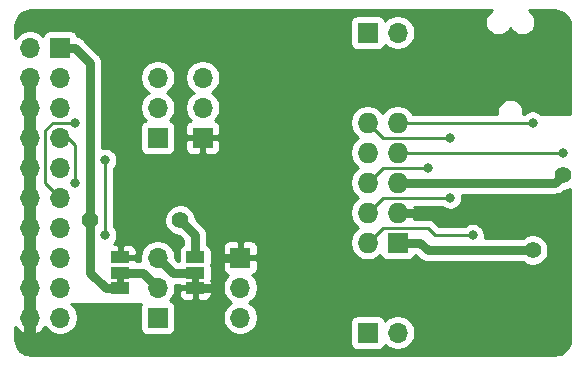
<source format=gbl>
G04 #@! TF.GenerationSoftware,KiCad,Pcbnew,5.1.5-52549c5~84~ubuntu19.04.1*
G04 #@! TF.CreationDate,2019-12-10T10:59:35+01:00*
G04 #@! TF.ProjectId,jlink-tagConnect-adapter-v2,6a6c696e-6b2d-4746-9167-436f6e6e6563,rev?*
G04 #@! TF.SameCoordinates,Original*
G04 #@! TF.FileFunction,Copper,L2,Bot*
G04 #@! TF.FilePolarity,Positive*
%FSLAX46Y46*%
G04 Gerber Fmt 4.6, Leading zero omitted, Abs format (unit mm)*
G04 Created by KiCad (PCBNEW 5.1.5-52549c5~84~ubuntu19.04.1) date 2019-12-10 10:59:35*
%MOMM*%
%LPD*%
G04 APERTURE LIST*
%ADD10C,0.100000*%
%ADD11O,1.727200X1.727200*%
%ADD12R,1.727200X1.727200*%
%ADD13O,1.700000X1.700000*%
%ADD14R,1.700000X1.700000*%
%ADD15R,1.500000X1.000000*%
%ADD16C,1.400000*%
%ADD17C,0.800000*%
%ADD18C,1.016000*%
%ADD19C,0.762000*%
%ADD20C,0.254000*%
G04 APERTURE END LIST*
D10*
G36*
X105710000Y-115200000D02*
G01*
X105710000Y-114700000D01*
X105110000Y-114700000D01*
X105110000Y-115200000D01*
X105710000Y-115200000D01*
G37*
G36*
X99360000Y-115200000D02*
G01*
X99360000Y-114700000D01*
X98760000Y-114700000D01*
X98760000Y-115200000D01*
X99360000Y-115200000D01*
G37*
D11*
X120015000Y-101600000D03*
X122555000Y-101600000D03*
X120015000Y-104140000D03*
X122555000Y-104140000D03*
X120015000Y-106680000D03*
X122555000Y-106680000D03*
X120015000Y-109220000D03*
X122555000Y-109220000D03*
X120015000Y-111760000D03*
D12*
X122555000Y-111760000D03*
D13*
X91440000Y-118110000D03*
X93980000Y-118110000D03*
X91440000Y-115570000D03*
X93980000Y-115570000D03*
X91440000Y-113030000D03*
X93980000Y-113030000D03*
X91440000Y-110490000D03*
X93980000Y-110490000D03*
X91440000Y-107950000D03*
X93980000Y-107950000D03*
X91440000Y-105410000D03*
X93980000Y-105410000D03*
X91440000Y-102870000D03*
X93980000Y-102870000D03*
X91440000Y-100330000D03*
X93980000Y-100330000D03*
X91440000Y-97790000D03*
X93980000Y-97790000D03*
X91440000Y-95250000D03*
D14*
X93980000Y-95250000D03*
D13*
X102235000Y-113030000D03*
X102235000Y-115570000D03*
D14*
X102235000Y-118110000D03*
D15*
X105410000Y-114300000D03*
X105410000Y-113000000D03*
X105410000Y-115600000D03*
X99060000Y-114300000D03*
X99060000Y-113000000D03*
X99060000Y-115600000D03*
D13*
X122555000Y-119380000D03*
D14*
X120015000Y-119380000D03*
D13*
X122555000Y-93980000D03*
D14*
X120015000Y-93980000D03*
D13*
X109220000Y-118110000D03*
X109220000Y-115570000D03*
D14*
X109220000Y-113030000D03*
D13*
X106045000Y-97790000D03*
X106045000Y-100330000D03*
D14*
X106045000Y-102870000D03*
D13*
X102235000Y-97790000D03*
X102235000Y-100330000D03*
D14*
X102235000Y-102870000D03*
D16*
X127000000Y-109855000D03*
X136525000Y-108585000D03*
X127000000Y-115570000D03*
D17*
X97790000Y-104775000D03*
X97790000Y-111125000D03*
X127000000Y-102870000D03*
X125095000Y-105410000D03*
X95250000Y-101600000D03*
X127000000Y-107950000D03*
X128905000Y-111125000D03*
X95250000Y-106680000D03*
D16*
X104140000Y-109855000D03*
X96520000Y-109855000D03*
D17*
X133985000Y-101600000D03*
X136525000Y-104140000D03*
D16*
X136525000Y-106045000D03*
X133985000Y-112395000D03*
D18*
X91440000Y-97790000D02*
X91440000Y-120015000D01*
D19*
X126365000Y-109220000D02*
X127000000Y-109855000D01*
X122555000Y-109220000D02*
X126365000Y-109220000D01*
X105410000Y-115600000D02*
X107285000Y-115600000D01*
X107285000Y-115600000D02*
X107315000Y-115570000D01*
X107315000Y-115570000D02*
X107315000Y-113030000D01*
X107315000Y-113030000D02*
X109220000Y-113030000D01*
D20*
X97790000Y-111125000D02*
X97790000Y-104775000D01*
X121285000Y-102870000D02*
X120015000Y-101600000D01*
X127000000Y-102870000D02*
X121285000Y-102870000D01*
X120015000Y-106680000D02*
X121285000Y-105410000D01*
X121285000Y-105410000D02*
X125095000Y-105410000D01*
X92710000Y-106680000D02*
X92710000Y-102235000D01*
X93980000Y-107950000D02*
X92710000Y-106680000D01*
X92710000Y-102235000D02*
X93345000Y-101600000D01*
X93345000Y-101600000D02*
X95250000Y-101600000D01*
X120015000Y-109220000D02*
X121285000Y-107950000D01*
X121285000Y-107950000D02*
X127000000Y-107950000D01*
X93980000Y-102870000D02*
X94615000Y-102870000D01*
X94615000Y-102870000D02*
X95250000Y-103505000D01*
X95250000Y-103505000D02*
X95250000Y-106680000D01*
X95250000Y-106680000D02*
X95250000Y-106680000D01*
X125730000Y-111125000D02*
X128905000Y-111125000D01*
X125095000Y-110490000D02*
X125730000Y-111125000D01*
X120015000Y-111760000D02*
X121285000Y-110490000D01*
X121285000Y-110490000D02*
X125095000Y-110490000D01*
D19*
X99060000Y-115600000D02*
X97820000Y-115600000D01*
X97820000Y-115600000D02*
X96520000Y-114300000D01*
X105410000Y-113000000D02*
X105410000Y-111125000D01*
X105410000Y-111125000D02*
X104140000Y-109855000D01*
X96520000Y-114300000D02*
X96520000Y-109855000D01*
X96520000Y-108585000D02*
X96520000Y-96520000D01*
X95250000Y-95250000D02*
X96520000Y-96520000D01*
X93980000Y-95250000D02*
X95250000Y-95250000D01*
X96520000Y-109855000D02*
X96520000Y-108585000D01*
D20*
X122555000Y-101600000D02*
X130175000Y-101600000D01*
X133985000Y-101600000D02*
X130175000Y-101600000D01*
X122555000Y-104140000D02*
X136525000Y-104140000D01*
D19*
X135890000Y-106680000D02*
X136525000Y-106045000D01*
X122555000Y-106680000D02*
X135890000Y-106680000D01*
X124460000Y-111760000D02*
X125095000Y-112395000D01*
X125095000Y-112395000D02*
X133985000Y-112395000D01*
X122555000Y-111760000D02*
X124460000Y-111760000D01*
X103505000Y-114300000D02*
X102235000Y-113030000D01*
X105410000Y-114300000D02*
X103505000Y-114300000D01*
X100965000Y-114300000D02*
X102235000Y-115570000D01*
X99060000Y-114300000D02*
X100965000Y-114300000D01*
D20*
G36*
X130343476Y-92213039D02*
G01*
X130186039Y-92370476D01*
X130062341Y-92555602D01*
X129977137Y-92761304D01*
X129933700Y-92979675D01*
X129933700Y-93202325D01*
X129977137Y-93420696D01*
X130062341Y-93626398D01*
X130186039Y-93811524D01*
X130343476Y-93968961D01*
X130528602Y-94092659D01*
X130734304Y-94177863D01*
X130952675Y-94221300D01*
X131175325Y-94221300D01*
X131393696Y-94177863D01*
X131599398Y-94092659D01*
X131784524Y-93968961D01*
X131941961Y-93811524D01*
X132065659Y-93626398D01*
X132080000Y-93591776D01*
X132094341Y-93626398D01*
X132218039Y-93811524D01*
X132375476Y-93968961D01*
X132560602Y-94092659D01*
X132766304Y-94177863D01*
X132984675Y-94221300D01*
X133207325Y-94221300D01*
X133425696Y-94177863D01*
X133631398Y-94092659D01*
X133816524Y-93968961D01*
X133973961Y-93811524D01*
X134097659Y-93626398D01*
X134182863Y-93420696D01*
X134226300Y-93202325D01*
X134226300Y-92979675D01*
X134182863Y-92761304D01*
X134097659Y-92555602D01*
X133973961Y-92370476D01*
X133816524Y-92213039D01*
X133647350Y-92100000D01*
X135857723Y-92100000D01*
X136131204Y-92126815D01*
X136363226Y-92196867D01*
X136577222Y-92310650D01*
X136765041Y-92463832D01*
X136919530Y-92650577D01*
X137034801Y-92863769D01*
X137106472Y-93095300D01*
X137135001Y-93366734D01*
X137135001Y-100838000D01*
X134686711Y-100838000D01*
X134644774Y-100796063D01*
X134475256Y-100682795D01*
X134286898Y-100604774D01*
X134086939Y-100565000D01*
X133883061Y-100565000D01*
X133683102Y-100604774D01*
X133494744Y-100682795D01*
X133325226Y-100796063D01*
X133283289Y-100838000D01*
X133207182Y-100838000D01*
X133210300Y-100822325D01*
X133210300Y-100599675D01*
X133166863Y-100381304D01*
X133081659Y-100175602D01*
X132957961Y-99990476D01*
X132800524Y-99833039D01*
X132615398Y-99709341D01*
X132409696Y-99624137D01*
X132191325Y-99580700D01*
X131968675Y-99580700D01*
X131750304Y-99624137D01*
X131544602Y-99709341D01*
X131359476Y-99833039D01*
X131202039Y-99990476D01*
X131078341Y-100175602D01*
X130993137Y-100381304D01*
X130949700Y-100599675D01*
X130949700Y-100822325D01*
X130952818Y-100838000D01*
X123848199Y-100838000D01*
X123719039Y-100644698D01*
X123510302Y-100435961D01*
X123264853Y-100271958D01*
X122992125Y-100158990D01*
X122702599Y-100101400D01*
X122407401Y-100101400D01*
X122117875Y-100158990D01*
X121845147Y-100271958D01*
X121599698Y-100435961D01*
X121390961Y-100644698D01*
X121285000Y-100803281D01*
X121179039Y-100644698D01*
X120970302Y-100435961D01*
X120724853Y-100271958D01*
X120452125Y-100158990D01*
X120162599Y-100101400D01*
X119867401Y-100101400D01*
X119577875Y-100158990D01*
X119305147Y-100271958D01*
X119059698Y-100435961D01*
X118850961Y-100644698D01*
X118686958Y-100890147D01*
X118573990Y-101162875D01*
X118516400Y-101452401D01*
X118516400Y-101747599D01*
X118573990Y-102037125D01*
X118686958Y-102309853D01*
X118850961Y-102555302D01*
X119059698Y-102764039D01*
X119218281Y-102870000D01*
X119059698Y-102975961D01*
X118850961Y-103184698D01*
X118686958Y-103430147D01*
X118573990Y-103702875D01*
X118516400Y-103992401D01*
X118516400Y-104287599D01*
X118573990Y-104577125D01*
X118686958Y-104849853D01*
X118850961Y-105095302D01*
X119059698Y-105304039D01*
X119218281Y-105410000D01*
X119059698Y-105515961D01*
X118850961Y-105724698D01*
X118686958Y-105970147D01*
X118573990Y-106242875D01*
X118516400Y-106532401D01*
X118516400Y-106827599D01*
X118573990Y-107117125D01*
X118686958Y-107389853D01*
X118850961Y-107635302D01*
X119059698Y-107844039D01*
X119218281Y-107950000D01*
X119059698Y-108055961D01*
X118850961Y-108264698D01*
X118686958Y-108510147D01*
X118573990Y-108782875D01*
X118516400Y-109072401D01*
X118516400Y-109367599D01*
X118573990Y-109657125D01*
X118686958Y-109929853D01*
X118850961Y-110175302D01*
X119059698Y-110384039D01*
X119218281Y-110490000D01*
X119059698Y-110595961D01*
X118850961Y-110804698D01*
X118686958Y-111050147D01*
X118573990Y-111322875D01*
X118516400Y-111612401D01*
X118516400Y-111907599D01*
X118573990Y-112197125D01*
X118686958Y-112469853D01*
X118850961Y-112715302D01*
X119059698Y-112924039D01*
X119305147Y-113088042D01*
X119577875Y-113201010D01*
X119867401Y-113258600D01*
X120162599Y-113258600D01*
X120452125Y-113201010D01*
X120724853Y-113088042D01*
X120970302Y-112924039D01*
X121084364Y-112809977D01*
X121101898Y-112867780D01*
X121160863Y-112978094D01*
X121240215Y-113074785D01*
X121336906Y-113154137D01*
X121447220Y-113213102D01*
X121566918Y-113249412D01*
X121691400Y-113261672D01*
X123418600Y-113261672D01*
X123543082Y-113249412D01*
X123662780Y-113213102D01*
X123773094Y-113154137D01*
X123869785Y-113074785D01*
X123949137Y-112978094D01*
X124008102Y-112867780D01*
X124035943Y-112776000D01*
X124039160Y-112776000D01*
X124341287Y-113078127D01*
X124373104Y-113116896D01*
X124509910Y-113229170D01*
X124527810Y-113243860D01*
X124704313Y-113338202D01*
X124895829Y-113396298D01*
X125095000Y-113415915D01*
X125144902Y-113411000D01*
X133113025Y-113411000D01*
X133133987Y-113431962D01*
X133352641Y-113578061D01*
X133595595Y-113678696D01*
X133853514Y-113730000D01*
X134116486Y-113730000D01*
X134374405Y-113678696D01*
X134617359Y-113578061D01*
X134836013Y-113431962D01*
X135021962Y-113246013D01*
X135168061Y-113027359D01*
X135268696Y-112784405D01*
X135320000Y-112526486D01*
X135320000Y-112263514D01*
X135268696Y-112005595D01*
X135168061Y-111762641D01*
X135021962Y-111543987D01*
X134836013Y-111358038D01*
X134617359Y-111211939D01*
X134374405Y-111111304D01*
X134116486Y-111060000D01*
X133853514Y-111060000D01*
X133595595Y-111111304D01*
X133352641Y-111211939D01*
X133133987Y-111358038D01*
X133113025Y-111379000D01*
X129909753Y-111379000D01*
X129940000Y-111226939D01*
X129940000Y-111023061D01*
X129900226Y-110823102D01*
X129822205Y-110634744D01*
X129708937Y-110465226D01*
X129564774Y-110321063D01*
X129395256Y-110207795D01*
X129206898Y-110129774D01*
X129006939Y-110090000D01*
X128803061Y-110090000D01*
X128603102Y-110129774D01*
X128414744Y-110207795D01*
X128245226Y-110321063D01*
X128203289Y-110363000D01*
X126045630Y-110363000D01*
X125660284Y-109977654D01*
X125636422Y-109948578D01*
X125520392Y-109853355D01*
X125388015Y-109782598D01*
X125244378Y-109739026D01*
X125132426Y-109728000D01*
X125132423Y-109728000D01*
X125095000Y-109724314D01*
X125057577Y-109728000D01*
X123964772Y-109728000D01*
X124009958Y-109579026D01*
X123888817Y-109347000D01*
X122682000Y-109347000D01*
X122682000Y-109367000D01*
X122428000Y-109367000D01*
X122428000Y-109347000D01*
X122408000Y-109347000D01*
X122408000Y-109093000D01*
X122428000Y-109093000D01*
X122428000Y-109073000D01*
X122682000Y-109073000D01*
X122682000Y-109093000D01*
X123888817Y-109093000D01*
X124009958Y-108860974D01*
X123964772Y-108712000D01*
X126298289Y-108712000D01*
X126340226Y-108753937D01*
X126509744Y-108867205D01*
X126698102Y-108945226D01*
X126898061Y-108985000D01*
X127101939Y-108985000D01*
X127301898Y-108945226D01*
X127490256Y-108867205D01*
X127659774Y-108753937D01*
X127803937Y-108609774D01*
X127917205Y-108440256D01*
X127995226Y-108251898D01*
X128035000Y-108051939D01*
X128035000Y-107848061D01*
X128004753Y-107696000D01*
X135840098Y-107696000D01*
X135890000Y-107700915D01*
X135939902Y-107696000D01*
X136089171Y-107681298D01*
X136280687Y-107623202D01*
X136457190Y-107528860D01*
X136611896Y-107401896D01*
X136629866Y-107380000D01*
X136656486Y-107380000D01*
X136914405Y-107328696D01*
X137135000Y-107237322D01*
X137135000Y-119982723D01*
X137108185Y-120256205D01*
X137038133Y-120488226D01*
X136924350Y-120702222D01*
X136771169Y-120890039D01*
X136584424Y-121044529D01*
X136371231Y-121159802D01*
X136139701Y-121231472D01*
X135868276Y-121260000D01*
X91472277Y-121260000D01*
X91198795Y-121233185D01*
X90966774Y-121163133D01*
X90752778Y-121049350D01*
X90564961Y-120896169D01*
X90410471Y-120709424D01*
X90295198Y-120496231D01*
X90223528Y-120264701D01*
X90195000Y-119993276D01*
X90195000Y-118912637D01*
X90342412Y-119110269D01*
X90558645Y-119305178D01*
X90808748Y-119454157D01*
X91083109Y-119551481D01*
X91313000Y-119430814D01*
X91313000Y-118237000D01*
X91293000Y-118237000D01*
X91293000Y-117983000D01*
X91313000Y-117983000D01*
X91313000Y-115697000D01*
X91293000Y-115697000D01*
X91293000Y-115443000D01*
X91313000Y-115443000D01*
X91313000Y-113157000D01*
X91293000Y-113157000D01*
X91293000Y-112903000D01*
X91313000Y-112903000D01*
X91313000Y-110617000D01*
X91293000Y-110617000D01*
X91293000Y-110363000D01*
X91313000Y-110363000D01*
X91313000Y-108077000D01*
X91293000Y-108077000D01*
X91293000Y-107823000D01*
X91313000Y-107823000D01*
X91313000Y-105537000D01*
X91293000Y-105537000D01*
X91293000Y-105283000D01*
X91313000Y-105283000D01*
X91313000Y-102997000D01*
X91293000Y-102997000D01*
X91293000Y-102743000D01*
X91313000Y-102743000D01*
X91313000Y-100457000D01*
X91293000Y-100457000D01*
X91293000Y-100203000D01*
X91313000Y-100203000D01*
X91313000Y-97917000D01*
X91293000Y-97917000D01*
X91293000Y-97663000D01*
X91313000Y-97663000D01*
X91313000Y-97643000D01*
X91567000Y-97643000D01*
X91567000Y-97663000D01*
X91587000Y-97663000D01*
X91587000Y-97917000D01*
X91567000Y-97917000D01*
X91567000Y-100203000D01*
X91587000Y-100203000D01*
X91587000Y-100457000D01*
X91567000Y-100457000D01*
X91567000Y-102743000D01*
X91587000Y-102743000D01*
X91587000Y-102997000D01*
X91567000Y-102997000D01*
X91567000Y-105283000D01*
X91587000Y-105283000D01*
X91587000Y-105537000D01*
X91567000Y-105537000D01*
X91567000Y-107823000D01*
X91587000Y-107823000D01*
X91587000Y-108077000D01*
X91567000Y-108077000D01*
X91567000Y-110363000D01*
X91587000Y-110363000D01*
X91587000Y-110617000D01*
X91567000Y-110617000D01*
X91567000Y-112903000D01*
X91587000Y-112903000D01*
X91587000Y-113157000D01*
X91567000Y-113157000D01*
X91567000Y-115443000D01*
X91587000Y-115443000D01*
X91587000Y-115697000D01*
X91567000Y-115697000D01*
X91567000Y-117983000D01*
X91587000Y-117983000D01*
X91587000Y-118237000D01*
X91567000Y-118237000D01*
X91567000Y-119430814D01*
X91796891Y-119551481D01*
X92071252Y-119454157D01*
X92321355Y-119305178D01*
X92537588Y-119110269D01*
X92708900Y-118880594D01*
X92826525Y-119056632D01*
X93033368Y-119263475D01*
X93276589Y-119425990D01*
X93546842Y-119537932D01*
X93833740Y-119595000D01*
X94126260Y-119595000D01*
X94413158Y-119537932D01*
X94683411Y-119425990D01*
X94926632Y-119263475D01*
X95133475Y-119056632D01*
X95295990Y-118813411D01*
X95407932Y-118543158D01*
X95465000Y-118256260D01*
X95465000Y-117963740D01*
X95407932Y-117676842D01*
X95295990Y-117406589D01*
X95133475Y-117163368D01*
X94937107Y-116967000D01*
X100821593Y-116967000D01*
X100795498Y-117015820D01*
X100759188Y-117135518D01*
X100746928Y-117260000D01*
X100746928Y-118960000D01*
X100759188Y-119084482D01*
X100795498Y-119204180D01*
X100854463Y-119314494D01*
X100933815Y-119411185D01*
X101030506Y-119490537D01*
X101140820Y-119549502D01*
X101260518Y-119585812D01*
X101385000Y-119598072D01*
X103085000Y-119598072D01*
X103209482Y-119585812D01*
X103329180Y-119549502D01*
X103439494Y-119490537D01*
X103536185Y-119411185D01*
X103615537Y-119314494D01*
X103674502Y-119204180D01*
X103710812Y-119084482D01*
X103723072Y-118960000D01*
X103723072Y-117260000D01*
X103710812Y-117135518D01*
X103674502Y-117015820D01*
X103615537Y-116905506D01*
X103536185Y-116808815D01*
X103439494Y-116729463D01*
X103329180Y-116670498D01*
X103256620Y-116648487D01*
X103388475Y-116516632D01*
X103550990Y-116273411D01*
X103662932Y-116003158D01*
X103720000Y-115716260D01*
X103720000Y-115423740D01*
X103698569Y-115316000D01*
X104026750Y-115316000D01*
X104183750Y-115473000D01*
X104539407Y-115473000D01*
X104550988Y-115494781D01*
X104578655Y-115547703D01*
X104580049Y-115549437D01*
X104581095Y-115551404D01*
X104618883Y-115597737D01*
X104656310Y-115644286D01*
X104658015Y-115645717D01*
X104659423Y-115647443D01*
X104705473Y-115685539D01*
X104751246Y-115723947D01*
X104753198Y-115725020D01*
X104754913Y-115726439D01*
X104755951Y-115727000D01*
X104183750Y-115727000D01*
X104025000Y-115885750D01*
X104021928Y-116100000D01*
X104034188Y-116224482D01*
X104070498Y-116344180D01*
X104129463Y-116454494D01*
X104208815Y-116551185D01*
X104305506Y-116630537D01*
X104415820Y-116689502D01*
X104535518Y-116725812D01*
X104660000Y-116738072D01*
X105124250Y-116735000D01*
X105283000Y-116576250D01*
X105283000Y-115835000D01*
X105537000Y-115835000D01*
X105537000Y-116576250D01*
X105695750Y-116735000D01*
X106160000Y-116738072D01*
X106284482Y-116725812D01*
X106404180Y-116689502D01*
X106514494Y-116630537D01*
X106611185Y-116551185D01*
X106690537Y-116454494D01*
X106749502Y-116344180D01*
X106785812Y-116224482D01*
X106798072Y-116100000D01*
X106795000Y-115885750D01*
X106636250Y-115727000D01*
X106063740Y-115727000D01*
X106107737Y-115691117D01*
X106154286Y-115653690D01*
X106155717Y-115651985D01*
X106157443Y-115650577D01*
X106195539Y-115604527D01*
X106233947Y-115558754D01*
X106235020Y-115556802D01*
X106236439Y-115555087D01*
X106264851Y-115502539D01*
X106281091Y-115473000D01*
X106636250Y-115473000D01*
X106795000Y-115314250D01*
X106798072Y-115100000D01*
X106785812Y-114975518D01*
X106778071Y-114950000D01*
X106785812Y-114924482D01*
X106798072Y-114800000D01*
X106798072Y-113880000D01*
X107731928Y-113880000D01*
X107744188Y-114004482D01*
X107780498Y-114124180D01*
X107839463Y-114234494D01*
X107918815Y-114331185D01*
X108015506Y-114410537D01*
X108125820Y-114469502D01*
X108198380Y-114491513D01*
X108066525Y-114623368D01*
X107904010Y-114866589D01*
X107792068Y-115136842D01*
X107735000Y-115423740D01*
X107735000Y-115716260D01*
X107792068Y-116003158D01*
X107904010Y-116273411D01*
X108066525Y-116516632D01*
X108273368Y-116723475D01*
X108447760Y-116840000D01*
X108273368Y-116956525D01*
X108066525Y-117163368D01*
X107904010Y-117406589D01*
X107792068Y-117676842D01*
X107735000Y-117963740D01*
X107735000Y-118256260D01*
X107792068Y-118543158D01*
X107904010Y-118813411D01*
X108066525Y-119056632D01*
X108273368Y-119263475D01*
X108516589Y-119425990D01*
X108786842Y-119537932D01*
X109073740Y-119595000D01*
X109366260Y-119595000D01*
X109653158Y-119537932D01*
X109923411Y-119425990D01*
X110166632Y-119263475D01*
X110373475Y-119056632D01*
X110535990Y-118813411D01*
X110647932Y-118543158D01*
X110650549Y-118530000D01*
X118526928Y-118530000D01*
X118526928Y-120230000D01*
X118539188Y-120354482D01*
X118575498Y-120474180D01*
X118634463Y-120584494D01*
X118713815Y-120681185D01*
X118810506Y-120760537D01*
X118920820Y-120819502D01*
X119040518Y-120855812D01*
X119165000Y-120868072D01*
X120865000Y-120868072D01*
X120989482Y-120855812D01*
X121109180Y-120819502D01*
X121219494Y-120760537D01*
X121316185Y-120681185D01*
X121395537Y-120584494D01*
X121454502Y-120474180D01*
X121476513Y-120401620D01*
X121608368Y-120533475D01*
X121851589Y-120695990D01*
X122121842Y-120807932D01*
X122408740Y-120865000D01*
X122701260Y-120865000D01*
X122988158Y-120807932D01*
X123258411Y-120695990D01*
X123501632Y-120533475D01*
X123708475Y-120326632D01*
X123870990Y-120083411D01*
X123982932Y-119813158D01*
X124040000Y-119526260D01*
X124040000Y-119233740D01*
X123982932Y-118946842D01*
X123870990Y-118676589D01*
X123708475Y-118433368D01*
X123501632Y-118226525D01*
X123258411Y-118064010D01*
X122988158Y-117952068D01*
X122701260Y-117895000D01*
X122408740Y-117895000D01*
X122121842Y-117952068D01*
X121851589Y-118064010D01*
X121608368Y-118226525D01*
X121476513Y-118358380D01*
X121454502Y-118285820D01*
X121395537Y-118175506D01*
X121316185Y-118078815D01*
X121219494Y-117999463D01*
X121109180Y-117940498D01*
X120989482Y-117904188D01*
X120865000Y-117891928D01*
X119165000Y-117891928D01*
X119040518Y-117904188D01*
X118920820Y-117940498D01*
X118810506Y-117999463D01*
X118713815Y-118078815D01*
X118634463Y-118175506D01*
X118575498Y-118285820D01*
X118539188Y-118405518D01*
X118526928Y-118530000D01*
X110650549Y-118530000D01*
X110705000Y-118256260D01*
X110705000Y-117963740D01*
X110647932Y-117676842D01*
X110535990Y-117406589D01*
X110373475Y-117163368D01*
X110166632Y-116956525D01*
X109992240Y-116840000D01*
X110166632Y-116723475D01*
X110373475Y-116516632D01*
X110535990Y-116273411D01*
X110647932Y-116003158D01*
X110705000Y-115716260D01*
X110705000Y-115423740D01*
X110647932Y-115136842D01*
X110535990Y-114866589D01*
X110373475Y-114623368D01*
X110241620Y-114491513D01*
X110314180Y-114469502D01*
X110424494Y-114410537D01*
X110521185Y-114331185D01*
X110600537Y-114234494D01*
X110659502Y-114124180D01*
X110695812Y-114004482D01*
X110708072Y-113880000D01*
X110705000Y-113315750D01*
X110546250Y-113157000D01*
X109347000Y-113157000D01*
X109347000Y-113177000D01*
X109093000Y-113177000D01*
X109093000Y-113157000D01*
X107893750Y-113157000D01*
X107735000Y-113315750D01*
X107731928Y-113880000D01*
X106798072Y-113880000D01*
X106798072Y-113800000D01*
X106785812Y-113675518D01*
X106778071Y-113650000D01*
X106785812Y-113624482D01*
X106798072Y-113500000D01*
X106798072Y-112500000D01*
X106785812Y-112375518D01*
X106749502Y-112255820D01*
X106708975Y-112180000D01*
X107731928Y-112180000D01*
X107735000Y-112744250D01*
X107893750Y-112903000D01*
X109093000Y-112903000D01*
X109093000Y-111703750D01*
X109347000Y-111703750D01*
X109347000Y-112903000D01*
X110546250Y-112903000D01*
X110705000Y-112744250D01*
X110708072Y-112180000D01*
X110695812Y-112055518D01*
X110659502Y-111935820D01*
X110600537Y-111825506D01*
X110521185Y-111728815D01*
X110424494Y-111649463D01*
X110314180Y-111590498D01*
X110194482Y-111554188D01*
X110070000Y-111541928D01*
X109505750Y-111545000D01*
X109347000Y-111703750D01*
X109093000Y-111703750D01*
X108934250Y-111545000D01*
X108370000Y-111541928D01*
X108245518Y-111554188D01*
X108125820Y-111590498D01*
X108015506Y-111649463D01*
X107918815Y-111728815D01*
X107839463Y-111825506D01*
X107780498Y-111935820D01*
X107744188Y-112055518D01*
X107731928Y-112180000D01*
X106708975Y-112180000D01*
X106690537Y-112145506D01*
X106611185Y-112048815D01*
X106514494Y-111969463D01*
X106426000Y-111922161D01*
X106426000Y-111174893D01*
X106430914Y-111124999D01*
X106426000Y-111075105D01*
X106426000Y-111075098D01*
X106411298Y-110925829D01*
X106353202Y-110734313D01*
X106258860Y-110557810D01*
X106131896Y-110403104D01*
X106093133Y-110371292D01*
X105475000Y-109753160D01*
X105475000Y-109723514D01*
X105423696Y-109465595D01*
X105323061Y-109222641D01*
X105176962Y-109003987D01*
X104991013Y-108818038D01*
X104772359Y-108671939D01*
X104529405Y-108571304D01*
X104271486Y-108520000D01*
X104008514Y-108520000D01*
X103750595Y-108571304D01*
X103507641Y-108671939D01*
X103288987Y-108818038D01*
X103103038Y-109003987D01*
X102956939Y-109222641D01*
X102856304Y-109465595D01*
X102805000Y-109723514D01*
X102805000Y-109986486D01*
X102856304Y-110244405D01*
X102956939Y-110487359D01*
X103103038Y-110706013D01*
X103288987Y-110891962D01*
X103507641Y-111038061D01*
X103750595Y-111138696D01*
X104008514Y-111190000D01*
X104038160Y-111190000D01*
X104394001Y-111545842D01*
X104394001Y-111922161D01*
X104305506Y-111969463D01*
X104208815Y-112048815D01*
X104129463Y-112145506D01*
X104070498Y-112255820D01*
X104034188Y-112375518D01*
X104021928Y-112500000D01*
X104021928Y-113284000D01*
X103925841Y-113284000D01*
X103720000Y-113078159D01*
X103720000Y-112883740D01*
X103662932Y-112596842D01*
X103550990Y-112326589D01*
X103388475Y-112083368D01*
X103181632Y-111876525D01*
X102938411Y-111714010D01*
X102668158Y-111602068D01*
X102381260Y-111545000D01*
X102088740Y-111545000D01*
X101801842Y-111602068D01*
X101531589Y-111714010D01*
X101288368Y-111876525D01*
X101081525Y-112083368D01*
X100919010Y-112326589D01*
X100807068Y-112596842D01*
X100750000Y-112883740D01*
X100750000Y-113176260D01*
X100771431Y-113284000D01*
X100443250Y-113284000D01*
X100286250Y-113127000D01*
X99187000Y-113127000D01*
X99187000Y-113147000D01*
X98933000Y-113147000D01*
X98933000Y-113127000D01*
X98913000Y-113127000D01*
X98913000Y-112873000D01*
X98933000Y-112873000D01*
X98933000Y-112023750D01*
X99187000Y-112023750D01*
X99187000Y-112873000D01*
X100286250Y-112873000D01*
X100445000Y-112714250D01*
X100448072Y-112500000D01*
X100435812Y-112375518D01*
X100399502Y-112255820D01*
X100340537Y-112145506D01*
X100261185Y-112048815D01*
X100164494Y-111969463D01*
X100054180Y-111910498D01*
X99934482Y-111874188D01*
X99810000Y-111861928D01*
X99345750Y-111865000D01*
X99187000Y-112023750D01*
X98933000Y-112023750D01*
X98774250Y-111865000D01*
X98515424Y-111863287D01*
X98593937Y-111784774D01*
X98707205Y-111615256D01*
X98785226Y-111426898D01*
X98825000Y-111226939D01*
X98825000Y-111023061D01*
X98785226Y-110823102D01*
X98707205Y-110634744D01*
X98593937Y-110465226D01*
X98552000Y-110423289D01*
X98552000Y-105476711D01*
X98593937Y-105434774D01*
X98707205Y-105265256D01*
X98785226Y-105076898D01*
X98825000Y-104876939D01*
X98825000Y-104673061D01*
X98785226Y-104473102D01*
X98707205Y-104284744D01*
X98593937Y-104115226D01*
X98449774Y-103971063D01*
X98280256Y-103857795D01*
X98091898Y-103779774D01*
X97891939Y-103740000D01*
X97688061Y-103740000D01*
X97536000Y-103770247D01*
X97536000Y-102020000D01*
X100746928Y-102020000D01*
X100746928Y-103720000D01*
X100759188Y-103844482D01*
X100795498Y-103964180D01*
X100854463Y-104074494D01*
X100933815Y-104171185D01*
X101030506Y-104250537D01*
X101140820Y-104309502D01*
X101260518Y-104345812D01*
X101385000Y-104358072D01*
X103085000Y-104358072D01*
X103209482Y-104345812D01*
X103329180Y-104309502D01*
X103439494Y-104250537D01*
X103536185Y-104171185D01*
X103615537Y-104074494D01*
X103674502Y-103964180D01*
X103710812Y-103844482D01*
X103723072Y-103720000D01*
X104556928Y-103720000D01*
X104569188Y-103844482D01*
X104605498Y-103964180D01*
X104664463Y-104074494D01*
X104743815Y-104171185D01*
X104840506Y-104250537D01*
X104950820Y-104309502D01*
X105070518Y-104345812D01*
X105195000Y-104358072D01*
X105759250Y-104355000D01*
X105918000Y-104196250D01*
X105918000Y-102997000D01*
X106172000Y-102997000D01*
X106172000Y-104196250D01*
X106330750Y-104355000D01*
X106895000Y-104358072D01*
X107019482Y-104345812D01*
X107139180Y-104309502D01*
X107249494Y-104250537D01*
X107346185Y-104171185D01*
X107425537Y-104074494D01*
X107484502Y-103964180D01*
X107520812Y-103844482D01*
X107533072Y-103720000D01*
X107530000Y-103155750D01*
X107371250Y-102997000D01*
X106172000Y-102997000D01*
X105918000Y-102997000D01*
X104718750Y-102997000D01*
X104560000Y-103155750D01*
X104556928Y-103720000D01*
X103723072Y-103720000D01*
X103723072Y-102020000D01*
X104556928Y-102020000D01*
X104560000Y-102584250D01*
X104718750Y-102743000D01*
X105918000Y-102743000D01*
X105918000Y-102723000D01*
X106172000Y-102723000D01*
X106172000Y-102743000D01*
X107371250Y-102743000D01*
X107530000Y-102584250D01*
X107533072Y-102020000D01*
X107520812Y-101895518D01*
X107484502Y-101775820D01*
X107425537Y-101665506D01*
X107346185Y-101568815D01*
X107249494Y-101489463D01*
X107139180Y-101430498D01*
X107066620Y-101408487D01*
X107198475Y-101276632D01*
X107360990Y-101033411D01*
X107472932Y-100763158D01*
X107530000Y-100476260D01*
X107530000Y-100183740D01*
X107472932Y-99896842D01*
X107360990Y-99626589D01*
X107198475Y-99383368D01*
X106991632Y-99176525D01*
X106817240Y-99060000D01*
X106991632Y-98943475D01*
X107198475Y-98736632D01*
X107360990Y-98493411D01*
X107472932Y-98223158D01*
X107530000Y-97936260D01*
X107530000Y-97643740D01*
X107472932Y-97356842D01*
X107360990Y-97086589D01*
X107198475Y-96843368D01*
X106991632Y-96636525D01*
X106748411Y-96474010D01*
X106478158Y-96362068D01*
X106191260Y-96305000D01*
X105898740Y-96305000D01*
X105611842Y-96362068D01*
X105341589Y-96474010D01*
X105098368Y-96636525D01*
X104891525Y-96843368D01*
X104729010Y-97086589D01*
X104617068Y-97356842D01*
X104560000Y-97643740D01*
X104560000Y-97936260D01*
X104617068Y-98223158D01*
X104729010Y-98493411D01*
X104891525Y-98736632D01*
X105098368Y-98943475D01*
X105272760Y-99060000D01*
X105098368Y-99176525D01*
X104891525Y-99383368D01*
X104729010Y-99626589D01*
X104617068Y-99896842D01*
X104560000Y-100183740D01*
X104560000Y-100476260D01*
X104617068Y-100763158D01*
X104729010Y-101033411D01*
X104891525Y-101276632D01*
X105023380Y-101408487D01*
X104950820Y-101430498D01*
X104840506Y-101489463D01*
X104743815Y-101568815D01*
X104664463Y-101665506D01*
X104605498Y-101775820D01*
X104569188Y-101895518D01*
X104556928Y-102020000D01*
X103723072Y-102020000D01*
X103710812Y-101895518D01*
X103674502Y-101775820D01*
X103615537Y-101665506D01*
X103536185Y-101568815D01*
X103439494Y-101489463D01*
X103329180Y-101430498D01*
X103256620Y-101408487D01*
X103388475Y-101276632D01*
X103550990Y-101033411D01*
X103662932Y-100763158D01*
X103720000Y-100476260D01*
X103720000Y-100183740D01*
X103662932Y-99896842D01*
X103550990Y-99626589D01*
X103388475Y-99383368D01*
X103181632Y-99176525D01*
X103007240Y-99060000D01*
X103181632Y-98943475D01*
X103388475Y-98736632D01*
X103550990Y-98493411D01*
X103662932Y-98223158D01*
X103720000Y-97936260D01*
X103720000Y-97643740D01*
X103662932Y-97356842D01*
X103550990Y-97086589D01*
X103388475Y-96843368D01*
X103181632Y-96636525D01*
X102938411Y-96474010D01*
X102668158Y-96362068D01*
X102381260Y-96305000D01*
X102088740Y-96305000D01*
X101801842Y-96362068D01*
X101531589Y-96474010D01*
X101288368Y-96636525D01*
X101081525Y-96843368D01*
X100919010Y-97086589D01*
X100807068Y-97356842D01*
X100750000Y-97643740D01*
X100750000Y-97936260D01*
X100807068Y-98223158D01*
X100919010Y-98493411D01*
X101081525Y-98736632D01*
X101288368Y-98943475D01*
X101462760Y-99060000D01*
X101288368Y-99176525D01*
X101081525Y-99383368D01*
X100919010Y-99626589D01*
X100807068Y-99896842D01*
X100750000Y-100183740D01*
X100750000Y-100476260D01*
X100807068Y-100763158D01*
X100919010Y-101033411D01*
X101081525Y-101276632D01*
X101213380Y-101408487D01*
X101140820Y-101430498D01*
X101030506Y-101489463D01*
X100933815Y-101568815D01*
X100854463Y-101665506D01*
X100795498Y-101775820D01*
X100759188Y-101895518D01*
X100746928Y-102020000D01*
X97536000Y-102020000D01*
X97536000Y-96569893D01*
X97540914Y-96519999D01*
X97536000Y-96470105D01*
X97536000Y-96470098D01*
X97521298Y-96320829D01*
X97463202Y-96129313D01*
X97368860Y-95952810D01*
X97241896Y-95798104D01*
X97203133Y-95766292D01*
X96003712Y-94566872D01*
X95971896Y-94528104D01*
X95817190Y-94401140D01*
X95640687Y-94306798D01*
X95449171Y-94248702D01*
X95447631Y-94248550D01*
X95419502Y-94155820D01*
X95360537Y-94045506D01*
X95281185Y-93948815D01*
X95184494Y-93869463D01*
X95074180Y-93810498D01*
X94954482Y-93774188D01*
X94830000Y-93761928D01*
X93130000Y-93761928D01*
X93005518Y-93774188D01*
X92885820Y-93810498D01*
X92775506Y-93869463D01*
X92678815Y-93948815D01*
X92599463Y-94045506D01*
X92540498Y-94155820D01*
X92518487Y-94228380D01*
X92386632Y-94096525D01*
X92143411Y-93934010D01*
X91873158Y-93822068D01*
X91586260Y-93765000D01*
X91293740Y-93765000D01*
X91006842Y-93822068D01*
X90736589Y-93934010D01*
X90493368Y-94096525D01*
X90286525Y-94303368D01*
X90195000Y-94440345D01*
X90195000Y-93377277D01*
X90219245Y-93130000D01*
X118526928Y-93130000D01*
X118526928Y-94830000D01*
X118539188Y-94954482D01*
X118575498Y-95074180D01*
X118634463Y-95184494D01*
X118713815Y-95281185D01*
X118810506Y-95360537D01*
X118920820Y-95419502D01*
X119040518Y-95455812D01*
X119165000Y-95468072D01*
X120865000Y-95468072D01*
X120989482Y-95455812D01*
X121109180Y-95419502D01*
X121219494Y-95360537D01*
X121316185Y-95281185D01*
X121395537Y-95184494D01*
X121454502Y-95074180D01*
X121476513Y-95001620D01*
X121608368Y-95133475D01*
X121851589Y-95295990D01*
X122121842Y-95407932D01*
X122408740Y-95465000D01*
X122701260Y-95465000D01*
X122988158Y-95407932D01*
X123258411Y-95295990D01*
X123501632Y-95133475D01*
X123708475Y-94926632D01*
X123870990Y-94683411D01*
X123982932Y-94413158D01*
X124040000Y-94126260D01*
X124040000Y-93833740D01*
X123982932Y-93546842D01*
X123870990Y-93276589D01*
X123708475Y-93033368D01*
X123501632Y-92826525D01*
X123258411Y-92664010D01*
X122988158Y-92552068D01*
X122701260Y-92495000D01*
X122408740Y-92495000D01*
X122121842Y-92552068D01*
X121851589Y-92664010D01*
X121608368Y-92826525D01*
X121476513Y-92958380D01*
X121454502Y-92885820D01*
X121395537Y-92775506D01*
X121316185Y-92678815D01*
X121219494Y-92599463D01*
X121109180Y-92540498D01*
X120989482Y-92504188D01*
X120865000Y-92491928D01*
X119165000Y-92491928D01*
X119040518Y-92504188D01*
X118920820Y-92540498D01*
X118810506Y-92599463D01*
X118713815Y-92678815D01*
X118634463Y-92775506D01*
X118575498Y-92885820D01*
X118539188Y-93005518D01*
X118526928Y-93130000D01*
X90219245Y-93130000D01*
X90221815Y-93103796D01*
X90291867Y-92871774D01*
X90405650Y-92657778D01*
X90558832Y-92469959D01*
X90745577Y-92315470D01*
X90958769Y-92200199D01*
X91190300Y-92128528D01*
X91461725Y-92100000D01*
X130512650Y-92100000D01*
X130343476Y-92213039D01*
G37*
X130343476Y-92213039D02*
X130186039Y-92370476D01*
X130062341Y-92555602D01*
X129977137Y-92761304D01*
X129933700Y-92979675D01*
X129933700Y-93202325D01*
X129977137Y-93420696D01*
X130062341Y-93626398D01*
X130186039Y-93811524D01*
X130343476Y-93968961D01*
X130528602Y-94092659D01*
X130734304Y-94177863D01*
X130952675Y-94221300D01*
X131175325Y-94221300D01*
X131393696Y-94177863D01*
X131599398Y-94092659D01*
X131784524Y-93968961D01*
X131941961Y-93811524D01*
X132065659Y-93626398D01*
X132080000Y-93591776D01*
X132094341Y-93626398D01*
X132218039Y-93811524D01*
X132375476Y-93968961D01*
X132560602Y-94092659D01*
X132766304Y-94177863D01*
X132984675Y-94221300D01*
X133207325Y-94221300D01*
X133425696Y-94177863D01*
X133631398Y-94092659D01*
X133816524Y-93968961D01*
X133973961Y-93811524D01*
X134097659Y-93626398D01*
X134182863Y-93420696D01*
X134226300Y-93202325D01*
X134226300Y-92979675D01*
X134182863Y-92761304D01*
X134097659Y-92555602D01*
X133973961Y-92370476D01*
X133816524Y-92213039D01*
X133647350Y-92100000D01*
X135857723Y-92100000D01*
X136131204Y-92126815D01*
X136363226Y-92196867D01*
X136577222Y-92310650D01*
X136765041Y-92463832D01*
X136919530Y-92650577D01*
X137034801Y-92863769D01*
X137106472Y-93095300D01*
X137135001Y-93366734D01*
X137135001Y-100838000D01*
X134686711Y-100838000D01*
X134644774Y-100796063D01*
X134475256Y-100682795D01*
X134286898Y-100604774D01*
X134086939Y-100565000D01*
X133883061Y-100565000D01*
X133683102Y-100604774D01*
X133494744Y-100682795D01*
X133325226Y-100796063D01*
X133283289Y-100838000D01*
X133207182Y-100838000D01*
X133210300Y-100822325D01*
X133210300Y-100599675D01*
X133166863Y-100381304D01*
X133081659Y-100175602D01*
X132957961Y-99990476D01*
X132800524Y-99833039D01*
X132615398Y-99709341D01*
X132409696Y-99624137D01*
X132191325Y-99580700D01*
X131968675Y-99580700D01*
X131750304Y-99624137D01*
X131544602Y-99709341D01*
X131359476Y-99833039D01*
X131202039Y-99990476D01*
X131078341Y-100175602D01*
X130993137Y-100381304D01*
X130949700Y-100599675D01*
X130949700Y-100822325D01*
X130952818Y-100838000D01*
X123848199Y-100838000D01*
X123719039Y-100644698D01*
X123510302Y-100435961D01*
X123264853Y-100271958D01*
X122992125Y-100158990D01*
X122702599Y-100101400D01*
X122407401Y-100101400D01*
X122117875Y-100158990D01*
X121845147Y-100271958D01*
X121599698Y-100435961D01*
X121390961Y-100644698D01*
X121285000Y-100803281D01*
X121179039Y-100644698D01*
X120970302Y-100435961D01*
X120724853Y-100271958D01*
X120452125Y-100158990D01*
X120162599Y-100101400D01*
X119867401Y-100101400D01*
X119577875Y-100158990D01*
X119305147Y-100271958D01*
X119059698Y-100435961D01*
X118850961Y-100644698D01*
X118686958Y-100890147D01*
X118573990Y-101162875D01*
X118516400Y-101452401D01*
X118516400Y-101747599D01*
X118573990Y-102037125D01*
X118686958Y-102309853D01*
X118850961Y-102555302D01*
X119059698Y-102764039D01*
X119218281Y-102870000D01*
X119059698Y-102975961D01*
X118850961Y-103184698D01*
X118686958Y-103430147D01*
X118573990Y-103702875D01*
X118516400Y-103992401D01*
X118516400Y-104287599D01*
X118573990Y-104577125D01*
X118686958Y-104849853D01*
X118850961Y-105095302D01*
X119059698Y-105304039D01*
X119218281Y-105410000D01*
X119059698Y-105515961D01*
X118850961Y-105724698D01*
X118686958Y-105970147D01*
X118573990Y-106242875D01*
X118516400Y-106532401D01*
X118516400Y-106827599D01*
X118573990Y-107117125D01*
X118686958Y-107389853D01*
X118850961Y-107635302D01*
X119059698Y-107844039D01*
X119218281Y-107950000D01*
X119059698Y-108055961D01*
X118850961Y-108264698D01*
X118686958Y-108510147D01*
X118573990Y-108782875D01*
X118516400Y-109072401D01*
X118516400Y-109367599D01*
X118573990Y-109657125D01*
X118686958Y-109929853D01*
X118850961Y-110175302D01*
X119059698Y-110384039D01*
X119218281Y-110490000D01*
X119059698Y-110595961D01*
X118850961Y-110804698D01*
X118686958Y-111050147D01*
X118573990Y-111322875D01*
X118516400Y-111612401D01*
X118516400Y-111907599D01*
X118573990Y-112197125D01*
X118686958Y-112469853D01*
X118850961Y-112715302D01*
X119059698Y-112924039D01*
X119305147Y-113088042D01*
X119577875Y-113201010D01*
X119867401Y-113258600D01*
X120162599Y-113258600D01*
X120452125Y-113201010D01*
X120724853Y-113088042D01*
X120970302Y-112924039D01*
X121084364Y-112809977D01*
X121101898Y-112867780D01*
X121160863Y-112978094D01*
X121240215Y-113074785D01*
X121336906Y-113154137D01*
X121447220Y-113213102D01*
X121566918Y-113249412D01*
X121691400Y-113261672D01*
X123418600Y-113261672D01*
X123543082Y-113249412D01*
X123662780Y-113213102D01*
X123773094Y-113154137D01*
X123869785Y-113074785D01*
X123949137Y-112978094D01*
X124008102Y-112867780D01*
X124035943Y-112776000D01*
X124039160Y-112776000D01*
X124341287Y-113078127D01*
X124373104Y-113116896D01*
X124509910Y-113229170D01*
X124527810Y-113243860D01*
X124704313Y-113338202D01*
X124895829Y-113396298D01*
X125095000Y-113415915D01*
X125144902Y-113411000D01*
X133113025Y-113411000D01*
X133133987Y-113431962D01*
X133352641Y-113578061D01*
X133595595Y-113678696D01*
X133853514Y-113730000D01*
X134116486Y-113730000D01*
X134374405Y-113678696D01*
X134617359Y-113578061D01*
X134836013Y-113431962D01*
X135021962Y-113246013D01*
X135168061Y-113027359D01*
X135268696Y-112784405D01*
X135320000Y-112526486D01*
X135320000Y-112263514D01*
X135268696Y-112005595D01*
X135168061Y-111762641D01*
X135021962Y-111543987D01*
X134836013Y-111358038D01*
X134617359Y-111211939D01*
X134374405Y-111111304D01*
X134116486Y-111060000D01*
X133853514Y-111060000D01*
X133595595Y-111111304D01*
X133352641Y-111211939D01*
X133133987Y-111358038D01*
X133113025Y-111379000D01*
X129909753Y-111379000D01*
X129940000Y-111226939D01*
X129940000Y-111023061D01*
X129900226Y-110823102D01*
X129822205Y-110634744D01*
X129708937Y-110465226D01*
X129564774Y-110321063D01*
X129395256Y-110207795D01*
X129206898Y-110129774D01*
X129006939Y-110090000D01*
X128803061Y-110090000D01*
X128603102Y-110129774D01*
X128414744Y-110207795D01*
X128245226Y-110321063D01*
X128203289Y-110363000D01*
X126045630Y-110363000D01*
X125660284Y-109977654D01*
X125636422Y-109948578D01*
X125520392Y-109853355D01*
X125388015Y-109782598D01*
X125244378Y-109739026D01*
X125132426Y-109728000D01*
X125132423Y-109728000D01*
X125095000Y-109724314D01*
X125057577Y-109728000D01*
X123964772Y-109728000D01*
X124009958Y-109579026D01*
X123888817Y-109347000D01*
X122682000Y-109347000D01*
X122682000Y-109367000D01*
X122428000Y-109367000D01*
X122428000Y-109347000D01*
X122408000Y-109347000D01*
X122408000Y-109093000D01*
X122428000Y-109093000D01*
X122428000Y-109073000D01*
X122682000Y-109073000D01*
X122682000Y-109093000D01*
X123888817Y-109093000D01*
X124009958Y-108860974D01*
X123964772Y-108712000D01*
X126298289Y-108712000D01*
X126340226Y-108753937D01*
X126509744Y-108867205D01*
X126698102Y-108945226D01*
X126898061Y-108985000D01*
X127101939Y-108985000D01*
X127301898Y-108945226D01*
X127490256Y-108867205D01*
X127659774Y-108753937D01*
X127803937Y-108609774D01*
X127917205Y-108440256D01*
X127995226Y-108251898D01*
X128035000Y-108051939D01*
X128035000Y-107848061D01*
X128004753Y-107696000D01*
X135840098Y-107696000D01*
X135890000Y-107700915D01*
X135939902Y-107696000D01*
X136089171Y-107681298D01*
X136280687Y-107623202D01*
X136457190Y-107528860D01*
X136611896Y-107401896D01*
X136629866Y-107380000D01*
X136656486Y-107380000D01*
X136914405Y-107328696D01*
X137135000Y-107237322D01*
X137135000Y-119982723D01*
X137108185Y-120256205D01*
X137038133Y-120488226D01*
X136924350Y-120702222D01*
X136771169Y-120890039D01*
X136584424Y-121044529D01*
X136371231Y-121159802D01*
X136139701Y-121231472D01*
X135868276Y-121260000D01*
X91472277Y-121260000D01*
X91198795Y-121233185D01*
X90966774Y-121163133D01*
X90752778Y-121049350D01*
X90564961Y-120896169D01*
X90410471Y-120709424D01*
X90295198Y-120496231D01*
X90223528Y-120264701D01*
X90195000Y-119993276D01*
X90195000Y-118912637D01*
X90342412Y-119110269D01*
X90558645Y-119305178D01*
X90808748Y-119454157D01*
X91083109Y-119551481D01*
X91313000Y-119430814D01*
X91313000Y-118237000D01*
X91293000Y-118237000D01*
X91293000Y-117983000D01*
X91313000Y-117983000D01*
X91313000Y-115697000D01*
X91293000Y-115697000D01*
X91293000Y-115443000D01*
X91313000Y-115443000D01*
X91313000Y-113157000D01*
X91293000Y-113157000D01*
X91293000Y-112903000D01*
X91313000Y-112903000D01*
X91313000Y-110617000D01*
X91293000Y-110617000D01*
X91293000Y-110363000D01*
X91313000Y-110363000D01*
X91313000Y-108077000D01*
X91293000Y-108077000D01*
X91293000Y-107823000D01*
X91313000Y-107823000D01*
X91313000Y-105537000D01*
X91293000Y-105537000D01*
X91293000Y-105283000D01*
X91313000Y-105283000D01*
X91313000Y-102997000D01*
X91293000Y-102997000D01*
X91293000Y-102743000D01*
X91313000Y-102743000D01*
X91313000Y-100457000D01*
X91293000Y-100457000D01*
X91293000Y-100203000D01*
X91313000Y-100203000D01*
X91313000Y-97917000D01*
X91293000Y-97917000D01*
X91293000Y-97663000D01*
X91313000Y-97663000D01*
X91313000Y-97643000D01*
X91567000Y-97643000D01*
X91567000Y-97663000D01*
X91587000Y-97663000D01*
X91587000Y-97917000D01*
X91567000Y-97917000D01*
X91567000Y-100203000D01*
X91587000Y-100203000D01*
X91587000Y-100457000D01*
X91567000Y-100457000D01*
X91567000Y-102743000D01*
X91587000Y-102743000D01*
X91587000Y-102997000D01*
X91567000Y-102997000D01*
X91567000Y-105283000D01*
X91587000Y-105283000D01*
X91587000Y-105537000D01*
X91567000Y-105537000D01*
X91567000Y-107823000D01*
X91587000Y-107823000D01*
X91587000Y-108077000D01*
X91567000Y-108077000D01*
X91567000Y-110363000D01*
X91587000Y-110363000D01*
X91587000Y-110617000D01*
X91567000Y-110617000D01*
X91567000Y-112903000D01*
X91587000Y-112903000D01*
X91587000Y-113157000D01*
X91567000Y-113157000D01*
X91567000Y-115443000D01*
X91587000Y-115443000D01*
X91587000Y-115697000D01*
X91567000Y-115697000D01*
X91567000Y-117983000D01*
X91587000Y-117983000D01*
X91587000Y-118237000D01*
X91567000Y-118237000D01*
X91567000Y-119430814D01*
X91796891Y-119551481D01*
X92071252Y-119454157D01*
X92321355Y-119305178D01*
X92537588Y-119110269D01*
X92708900Y-118880594D01*
X92826525Y-119056632D01*
X93033368Y-119263475D01*
X93276589Y-119425990D01*
X93546842Y-119537932D01*
X93833740Y-119595000D01*
X94126260Y-119595000D01*
X94413158Y-119537932D01*
X94683411Y-119425990D01*
X94926632Y-119263475D01*
X95133475Y-119056632D01*
X95295990Y-118813411D01*
X95407932Y-118543158D01*
X95465000Y-118256260D01*
X95465000Y-117963740D01*
X95407932Y-117676842D01*
X95295990Y-117406589D01*
X95133475Y-117163368D01*
X94937107Y-116967000D01*
X100821593Y-116967000D01*
X100795498Y-117015820D01*
X100759188Y-117135518D01*
X100746928Y-117260000D01*
X100746928Y-118960000D01*
X100759188Y-119084482D01*
X100795498Y-119204180D01*
X100854463Y-119314494D01*
X100933815Y-119411185D01*
X101030506Y-119490537D01*
X101140820Y-119549502D01*
X101260518Y-119585812D01*
X101385000Y-119598072D01*
X103085000Y-119598072D01*
X103209482Y-119585812D01*
X103329180Y-119549502D01*
X103439494Y-119490537D01*
X103536185Y-119411185D01*
X103615537Y-119314494D01*
X103674502Y-119204180D01*
X103710812Y-119084482D01*
X103723072Y-118960000D01*
X103723072Y-117260000D01*
X103710812Y-117135518D01*
X103674502Y-117015820D01*
X103615537Y-116905506D01*
X103536185Y-116808815D01*
X103439494Y-116729463D01*
X103329180Y-116670498D01*
X103256620Y-116648487D01*
X103388475Y-116516632D01*
X103550990Y-116273411D01*
X103662932Y-116003158D01*
X103720000Y-115716260D01*
X103720000Y-115423740D01*
X103698569Y-115316000D01*
X104026750Y-115316000D01*
X104183750Y-115473000D01*
X104539407Y-115473000D01*
X104550988Y-115494781D01*
X104578655Y-115547703D01*
X104580049Y-115549437D01*
X104581095Y-115551404D01*
X104618883Y-115597737D01*
X104656310Y-115644286D01*
X104658015Y-115645717D01*
X104659423Y-115647443D01*
X104705473Y-115685539D01*
X104751246Y-115723947D01*
X104753198Y-115725020D01*
X104754913Y-115726439D01*
X104755951Y-115727000D01*
X104183750Y-115727000D01*
X104025000Y-115885750D01*
X104021928Y-116100000D01*
X104034188Y-116224482D01*
X104070498Y-116344180D01*
X104129463Y-116454494D01*
X104208815Y-116551185D01*
X104305506Y-116630537D01*
X104415820Y-116689502D01*
X104535518Y-116725812D01*
X104660000Y-116738072D01*
X105124250Y-116735000D01*
X105283000Y-116576250D01*
X105283000Y-115835000D01*
X105537000Y-115835000D01*
X105537000Y-116576250D01*
X105695750Y-116735000D01*
X106160000Y-116738072D01*
X106284482Y-116725812D01*
X106404180Y-116689502D01*
X106514494Y-116630537D01*
X106611185Y-116551185D01*
X106690537Y-116454494D01*
X106749502Y-116344180D01*
X106785812Y-116224482D01*
X106798072Y-116100000D01*
X106795000Y-115885750D01*
X106636250Y-115727000D01*
X106063740Y-115727000D01*
X106107737Y-115691117D01*
X106154286Y-115653690D01*
X106155717Y-115651985D01*
X106157443Y-115650577D01*
X106195539Y-115604527D01*
X106233947Y-115558754D01*
X106235020Y-115556802D01*
X106236439Y-115555087D01*
X106264851Y-115502539D01*
X106281091Y-115473000D01*
X106636250Y-115473000D01*
X106795000Y-115314250D01*
X106798072Y-115100000D01*
X106785812Y-114975518D01*
X106778071Y-114950000D01*
X106785812Y-114924482D01*
X106798072Y-114800000D01*
X106798072Y-113880000D01*
X107731928Y-113880000D01*
X107744188Y-114004482D01*
X107780498Y-114124180D01*
X107839463Y-114234494D01*
X107918815Y-114331185D01*
X108015506Y-114410537D01*
X108125820Y-114469502D01*
X108198380Y-114491513D01*
X108066525Y-114623368D01*
X107904010Y-114866589D01*
X107792068Y-115136842D01*
X107735000Y-115423740D01*
X107735000Y-115716260D01*
X107792068Y-116003158D01*
X107904010Y-116273411D01*
X108066525Y-116516632D01*
X108273368Y-116723475D01*
X108447760Y-116840000D01*
X108273368Y-116956525D01*
X108066525Y-117163368D01*
X107904010Y-117406589D01*
X107792068Y-117676842D01*
X107735000Y-117963740D01*
X107735000Y-118256260D01*
X107792068Y-118543158D01*
X107904010Y-118813411D01*
X108066525Y-119056632D01*
X108273368Y-119263475D01*
X108516589Y-119425990D01*
X108786842Y-119537932D01*
X109073740Y-119595000D01*
X109366260Y-119595000D01*
X109653158Y-119537932D01*
X109923411Y-119425990D01*
X110166632Y-119263475D01*
X110373475Y-119056632D01*
X110535990Y-118813411D01*
X110647932Y-118543158D01*
X110650549Y-118530000D01*
X118526928Y-118530000D01*
X118526928Y-120230000D01*
X118539188Y-120354482D01*
X118575498Y-120474180D01*
X118634463Y-120584494D01*
X118713815Y-120681185D01*
X118810506Y-120760537D01*
X118920820Y-120819502D01*
X119040518Y-120855812D01*
X119165000Y-120868072D01*
X120865000Y-120868072D01*
X120989482Y-120855812D01*
X121109180Y-120819502D01*
X121219494Y-120760537D01*
X121316185Y-120681185D01*
X121395537Y-120584494D01*
X121454502Y-120474180D01*
X121476513Y-120401620D01*
X121608368Y-120533475D01*
X121851589Y-120695990D01*
X122121842Y-120807932D01*
X122408740Y-120865000D01*
X122701260Y-120865000D01*
X122988158Y-120807932D01*
X123258411Y-120695990D01*
X123501632Y-120533475D01*
X123708475Y-120326632D01*
X123870990Y-120083411D01*
X123982932Y-119813158D01*
X124040000Y-119526260D01*
X124040000Y-119233740D01*
X123982932Y-118946842D01*
X123870990Y-118676589D01*
X123708475Y-118433368D01*
X123501632Y-118226525D01*
X123258411Y-118064010D01*
X122988158Y-117952068D01*
X122701260Y-117895000D01*
X122408740Y-117895000D01*
X122121842Y-117952068D01*
X121851589Y-118064010D01*
X121608368Y-118226525D01*
X121476513Y-118358380D01*
X121454502Y-118285820D01*
X121395537Y-118175506D01*
X121316185Y-118078815D01*
X121219494Y-117999463D01*
X121109180Y-117940498D01*
X120989482Y-117904188D01*
X120865000Y-117891928D01*
X119165000Y-117891928D01*
X119040518Y-117904188D01*
X118920820Y-117940498D01*
X118810506Y-117999463D01*
X118713815Y-118078815D01*
X118634463Y-118175506D01*
X118575498Y-118285820D01*
X118539188Y-118405518D01*
X118526928Y-118530000D01*
X110650549Y-118530000D01*
X110705000Y-118256260D01*
X110705000Y-117963740D01*
X110647932Y-117676842D01*
X110535990Y-117406589D01*
X110373475Y-117163368D01*
X110166632Y-116956525D01*
X109992240Y-116840000D01*
X110166632Y-116723475D01*
X110373475Y-116516632D01*
X110535990Y-116273411D01*
X110647932Y-116003158D01*
X110705000Y-115716260D01*
X110705000Y-115423740D01*
X110647932Y-115136842D01*
X110535990Y-114866589D01*
X110373475Y-114623368D01*
X110241620Y-114491513D01*
X110314180Y-114469502D01*
X110424494Y-114410537D01*
X110521185Y-114331185D01*
X110600537Y-114234494D01*
X110659502Y-114124180D01*
X110695812Y-114004482D01*
X110708072Y-113880000D01*
X110705000Y-113315750D01*
X110546250Y-113157000D01*
X109347000Y-113157000D01*
X109347000Y-113177000D01*
X109093000Y-113177000D01*
X109093000Y-113157000D01*
X107893750Y-113157000D01*
X107735000Y-113315750D01*
X107731928Y-113880000D01*
X106798072Y-113880000D01*
X106798072Y-113800000D01*
X106785812Y-113675518D01*
X106778071Y-113650000D01*
X106785812Y-113624482D01*
X106798072Y-113500000D01*
X106798072Y-112500000D01*
X106785812Y-112375518D01*
X106749502Y-112255820D01*
X106708975Y-112180000D01*
X107731928Y-112180000D01*
X107735000Y-112744250D01*
X107893750Y-112903000D01*
X109093000Y-112903000D01*
X109093000Y-111703750D01*
X109347000Y-111703750D01*
X109347000Y-112903000D01*
X110546250Y-112903000D01*
X110705000Y-112744250D01*
X110708072Y-112180000D01*
X110695812Y-112055518D01*
X110659502Y-111935820D01*
X110600537Y-111825506D01*
X110521185Y-111728815D01*
X110424494Y-111649463D01*
X110314180Y-111590498D01*
X110194482Y-111554188D01*
X110070000Y-111541928D01*
X109505750Y-111545000D01*
X109347000Y-111703750D01*
X109093000Y-111703750D01*
X108934250Y-111545000D01*
X108370000Y-111541928D01*
X108245518Y-111554188D01*
X108125820Y-111590498D01*
X108015506Y-111649463D01*
X107918815Y-111728815D01*
X107839463Y-111825506D01*
X107780498Y-111935820D01*
X107744188Y-112055518D01*
X107731928Y-112180000D01*
X106708975Y-112180000D01*
X106690537Y-112145506D01*
X106611185Y-112048815D01*
X106514494Y-111969463D01*
X106426000Y-111922161D01*
X106426000Y-111174893D01*
X106430914Y-111124999D01*
X106426000Y-111075105D01*
X106426000Y-111075098D01*
X106411298Y-110925829D01*
X106353202Y-110734313D01*
X106258860Y-110557810D01*
X106131896Y-110403104D01*
X106093133Y-110371292D01*
X105475000Y-109753160D01*
X105475000Y-109723514D01*
X105423696Y-109465595D01*
X105323061Y-109222641D01*
X105176962Y-109003987D01*
X104991013Y-108818038D01*
X104772359Y-108671939D01*
X104529405Y-108571304D01*
X104271486Y-108520000D01*
X104008514Y-108520000D01*
X103750595Y-108571304D01*
X103507641Y-108671939D01*
X103288987Y-108818038D01*
X103103038Y-109003987D01*
X102956939Y-109222641D01*
X102856304Y-109465595D01*
X102805000Y-109723514D01*
X102805000Y-109986486D01*
X102856304Y-110244405D01*
X102956939Y-110487359D01*
X103103038Y-110706013D01*
X103288987Y-110891962D01*
X103507641Y-111038061D01*
X103750595Y-111138696D01*
X104008514Y-111190000D01*
X104038160Y-111190000D01*
X104394001Y-111545842D01*
X104394001Y-111922161D01*
X104305506Y-111969463D01*
X104208815Y-112048815D01*
X104129463Y-112145506D01*
X104070498Y-112255820D01*
X104034188Y-112375518D01*
X104021928Y-112500000D01*
X104021928Y-113284000D01*
X103925841Y-113284000D01*
X103720000Y-113078159D01*
X103720000Y-112883740D01*
X103662932Y-112596842D01*
X103550990Y-112326589D01*
X103388475Y-112083368D01*
X103181632Y-111876525D01*
X102938411Y-111714010D01*
X102668158Y-111602068D01*
X102381260Y-111545000D01*
X102088740Y-111545000D01*
X101801842Y-111602068D01*
X101531589Y-111714010D01*
X101288368Y-111876525D01*
X101081525Y-112083368D01*
X100919010Y-112326589D01*
X100807068Y-112596842D01*
X100750000Y-112883740D01*
X100750000Y-113176260D01*
X100771431Y-113284000D01*
X100443250Y-113284000D01*
X100286250Y-113127000D01*
X99187000Y-113127000D01*
X99187000Y-113147000D01*
X98933000Y-113147000D01*
X98933000Y-113127000D01*
X98913000Y-113127000D01*
X98913000Y-112873000D01*
X98933000Y-112873000D01*
X98933000Y-112023750D01*
X99187000Y-112023750D01*
X99187000Y-112873000D01*
X100286250Y-112873000D01*
X100445000Y-112714250D01*
X100448072Y-112500000D01*
X100435812Y-112375518D01*
X100399502Y-112255820D01*
X100340537Y-112145506D01*
X100261185Y-112048815D01*
X100164494Y-111969463D01*
X100054180Y-111910498D01*
X99934482Y-111874188D01*
X99810000Y-111861928D01*
X99345750Y-111865000D01*
X99187000Y-112023750D01*
X98933000Y-112023750D01*
X98774250Y-111865000D01*
X98515424Y-111863287D01*
X98593937Y-111784774D01*
X98707205Y-111615256D01*
X98785226Y-111426898D01*
X98825000Y-111226939D01*
X98825000Y-111023061D01*
X98785226Y-110823102D01*
X98707205Y-110634744D01*
X98593937Y-110465226D01*
X98552000Y-110423289D01*
X98552000Y-105476711D01*
X98593937Y-105434774D01*
X98707205Y-105265256D01*
X98785226Y-105076898D01*
X98825000Y-104876939D01*
X98825000Y-104673061D01*
X98785226Y-104473102D01*
X98707205Y-104284744D01*
X98593937Y-104115226D01*
X98449774Y-103971063D01*
X98280256Y-103857795D01*
X98091898Y-103779774D01*
X97891939Y-103740000D01*
X97688061Y-103740000D01*
X97536000Y-103770247D01*
X97536000Y-102020000D01*
X100746928Y-102020000D01*
X100746928Y-103720000D01*
X100759188Y-103844482D01*
X100795498Y-103964180D01*
X100854463Y-104074494D01*
X100933815Y-104171185D01*
X101030506Y-104250537D01*
X101140820Y-104309502D01*
X101260518Y-104345812D01*
X101385000Y-104358072D01*
X103085000Y-104358072D01*
X103209482Y-104345812D01*
X103329180Y-104309502D01*
X103439494Y-104250537D01*
X103536185Y-104171185D01*
X103615537Y-104074494D01*
X103674502Y-103964180D01*
X103710812Y-103844482D01*
X103723072Y-103720000D01*
X104556928Y-103720000D01*
X104569188Y-103844482D01*
X104605498Y-103964180D01*
X104664463Y-104074494D01*
X104743815Y-104171185D01*
X104840506Y-104250537D01*
X104950820Y-104309502D01*
X105070518Y-104345812D01*
X105195000Y-104358072D01*
X105759250Y-104355000D01*
X105918000Y-104196250D01*
X105918000Y-102997000D01*
X106172000Y-102997000D01*
X106172000Y-104196250D01*
X106330750Y-104355000D01*
X106895000Y-104358072D01*
X107019482Y-104345812D01*
X107139180Y-104309502D01*
X107249494Y-104250537D01*
X107346185Y-104171185D01*
X107425537Y-104074494D01*
X107484502Y-103964180D01*
X107520812Y-103844482D01*
X107533072Y-103720000D01*
X107530000Y-103155750D01*
X107371250Y-102997000D01*
X106172000Y-102997000D01*
X105918000Y-102997000D01*
X104718750Y-102997000D01*
X104560000Y-103155750D01*
X104556928Y-103720000D01*
X103723072Y-103720000D01*
X103723072Y-102020000D01*
X104556928Y-102020000D01*
X104560000Y-102584250D01*
X104718750Y-102743000D01*
X105918000Y-102743000D01*
X105918000Y-102723000D01*
X106172000Y-102723000D01*
X106172000Y-102743000D01*
X107371250Y-102743000D01*
X107530000Y-102584250D01*
X107533072Y-102020000D01*
X107520812Y-101895518D01*
X107484502Y-101775820D01*
X107425537Y-101665506D01*
X107346185Y-101568815D01*
X107249494Y-101489463D01*
X107139180Y-101430498D01*
X107066620Y-101408487D01*
X107198475Y-101276632D01*
X107360990Y-101033411D01*
X107472932Y-100763158D01*
X107530000Y-100476260D01*
X107530000Y-100183740D01*
X107472932Y-99896842D01*
X107360990Y-99626589D01*
X107198475Y-99383368D01*
X106991632Y-99176525D01*
X106817240Y-99060000D01*
X106991632Y-98943475D01*
X107198475Y-98736632D01*
X107360990Y-98493411D01*
X107472932Y-98223158D01*
X107530000Y-97936260D01*
X107530000Y-97643740D01*
X107472932Y-97356842D01*
X107360990Y-97086589D01*
X107198475Y-96843368D01*
X106991632Y-96636525D01*
X106748411Y-96474010D01*
X106478158Y-96362068D01*
X106191260Y-96305000D01*
X105898740Y-96305000D01*
X105611842Y-96362068D01*
X105341589Y-96474010D01*
X105098368Y-96636525D01*
X104891525Y-96843368D01*
X104729010Y-97086589D01*
X104617068Y-97356842D01*
X104560000Y-97643740D01*
X104560000Y-97936260D01*
X104617068Y-98223158D01*
X104729010Y-98493411D01*
X104891525Y-98736632D01*
X105098368Y-98943475D01*
X105272760Y-99060000D01*
X105098368Y-99176525D01*
X104891525Y-99383368D01*
X104729010Y-99626589D01*
X104617068Y-99896842D01*
X104560000Y-100183740D01*
X104560000Y-100476260D01*
X104617068Y-100763158D01*
X104729010Y-101033411D01*
X104891525Y-101276632D01*
X105023380Y-101408487D01*
X104950820Y-101430498D01*
X104840506Y-101489463D01*
X104743815Y-101568815D01*
X104664463Y-101665506D01*
X104605498Y-101775820D01*
X104569188Y-101895518D01*
X104556928Y-102020000D01*
X103723072Y-102020000D01*
X103710812Y-101895518D01*
X103674502Y-101775820D01*
X103615537Y-101665506D01*
X103536185Y-101568815D01*
X103439494Y-101489463D01*
X103329180Y-101430498D01*
X103256620Y-101408487D01*
X103388475Y-101276632D01*
X103550990Y-101033411D01*
X103662932Y-100763158D01*
X103720000Y-100476260D01*
X103720000Y-100183740D01*
X103662932Y-99896842D01*
X103550990Y-99626589D01*
X103388475Y-99383368D01*
X103181632Y-99176525D01*
X103007240Y-99060000D01*
X103181632Y-98943475D01*
X103388475Y-98736632D01*
X103550990Y-98493411D01*
X103662932Y-98223158D01*
X103720000Y-97936260D01*
X103720000Y-97643740D01*
X103662932Y-97356842D01*
X103550990Y-97086589D01*
X103388475Y-96843368D01*
X103181632Y-96636525D01*
X102938411Y-96474010D01*
X102668158Y-96362068D01*
X102381260Y-96305000D01*
X102088740Y-96305000D01*
X101801842Y-96362068D01*
X101531589Y-96474010D01*
X101288368Y-96636525D01*
X101081525Y-96843368D01*
X100919010Y-97086589D01*
X100807068Y-97356842D01*
X100750000Y-97643740D01*
X100750000Y-97936260D01*
X100807068Y-98223158D01*
X100919010Y-98493411D01*
X101081525Y-98736632D01*
X101288368Y-98943475D01*
X101462760Y-99060000D01*
X101288368Y-99176525D01*
X101081525Y-99383368D01*
X100919010Y-99626589D01*
X100807068Y-99896842D01*
X100750000Y-100183740D01*
X100750000Y-100476260D01*
X100807068Y-100763158D01*
X100919010Y-101033411D01*
X101081525Y-101276632D01*
X101213380Y-101408487D01*
X101140820Y-101430498D01*
X101030506Y-101489463D01*
X100933815Y-101568815D01*
X100854463Y-101665506D01*
X100795498Y-101775820D01*
X100759188Y-101895518D01*
X100746928Y-102020000D01*
X97536000Y-102020000D01*
X97536000Y-96569893D01*
X97540914Y-96519999D01*
X97536000Y-96470105D01*
X97536000Y-96470098D01*
X97521298Y-96320829D01*
X97463202Y-96129313D01*
X97368860Y-95952810D01*
X97241896Y-95798104D01*
X97203133Y-95766292D01*
X96003712Y-94566872D01*
X95971896Y-94528104D01*
X95817190Y-94401140D01*
X95640687Y-94306798D01*
X95449171Y-94248702D01*
X95447631Y-94248550D01*
X95419502Y-94155820D01*
X95360537Y-94045506D01*
X95281185Y-93948815D01*
X95184494Y-93869463D01*
X95074180Y-93810498D01*
X94954482Y-93774188D01*
X94830000Y-93761928D01*
X93130000Y-93761928D01*
X93005518Y-93774188D01*
X92885820Y-93810498D01*
X92775506Y-93869463D01*
X92678815Y-93948815D01*
X92599463Y-94045506D01*
X92540498Y-94155820D01*
X92518487Y-94228380D01*
X92386632Y-94096525D01*
X92143411Y-93934010D01*
X91873158Y-93822068D01*
X91586260Y-93765000D01*
X91293740Y-93765000D01*
X91006842Y-93822068D01*
X90736589Y-93934010D01*
X90493368Y-94096525D01*
X90286525Y-94303368D01*
X90195000Y-94440345D01*
X90195000Y-93377277D01*
X90219245Y-93130000D01*
X118526928Y-93130000D01*
X118526928Y-94830000D01*
X118539188Y-94954482D01*
X118575498Y-95074180D01*
X118634463Y-95184494D01*
X118713815Y-95281185D01*
X118810506Y-95360537D01*
X118920820Y-95419502D01*
X119040518Y-95455812D01*
X119165000Y-95468072D01*
X120865000Y-95468072D01*
X120989482Y-95455812D01*
X121109180Y-95419502D01*
X121219494Y-95360537D01*
X121316185Y-95281185D01*
X121395537Y-95184494D01*
X121454502Y-95074180D01*
X121476513Y-95001620D01*
X121608368Y-95133475D01*
X121851589Y-95295990D01*
X122121842Y-95407932D01*
X122408740Y-95465000D01*
X122701260Y-95465000D01*
X122988158Y-95407932D01*
X123258411Y-95295990D01*
X123501632Y-95133475D01*
X123708475Y-94926632D01*
X123870990Y-94683411D01*
X123982932Y-94413158D01*
X124040000Y-94126260D01*
X124040000Y-93833740D01*
X123982932Y-93546842D01*
X123870990Y-93276589D01*
X123708475Y-93033368D01*
X123501632Y-92826525D01*
X123258411Y-92664010D01*
X122988158Y-92552068D01*
X122701260Y-92495000D01*
X122408740Y-92495000D01*
X122121842Y-92552068D01*
X121851589Y-92664010D01*
X121608368Y-92826525D01*
X121476513Y-92958380D01*
X121454502Y-92885820D01*
X121395537Y-92775506D01*
X121316185Y-92678815D01*
X121219494Y-92599463D01*
X121109180Y-92540498D01*
X120989482Y-92504188D01*
X120865000Y-92491928D01*
X119165000Y-92491928D01*
X119040518Y-92504188D01*
X118920820Y-92540498D01*
X118810506Y-92599463D01*
X118713815Y-92678815D01*
X118634463Y-92775506D01*
X118575498Y-92885820D01*
X118539188Y-93005518D01*
X118526928Y-93130000D01*
X90219245Y-93130000D01*
X90221815Y-93103796D01*
X90291867Y-92871774D01*
X90405650Y-92657778D01*
X90558832Y-92469959D01*
X90745577Y-92315470D01*
X90958769Y-92200199D01*
X91190300Y-92128528D01*
X91461725Y-92100000D01*
X130512650Y-92100000D01*
X130343476Y-92213039D01*
M02*

</source>
